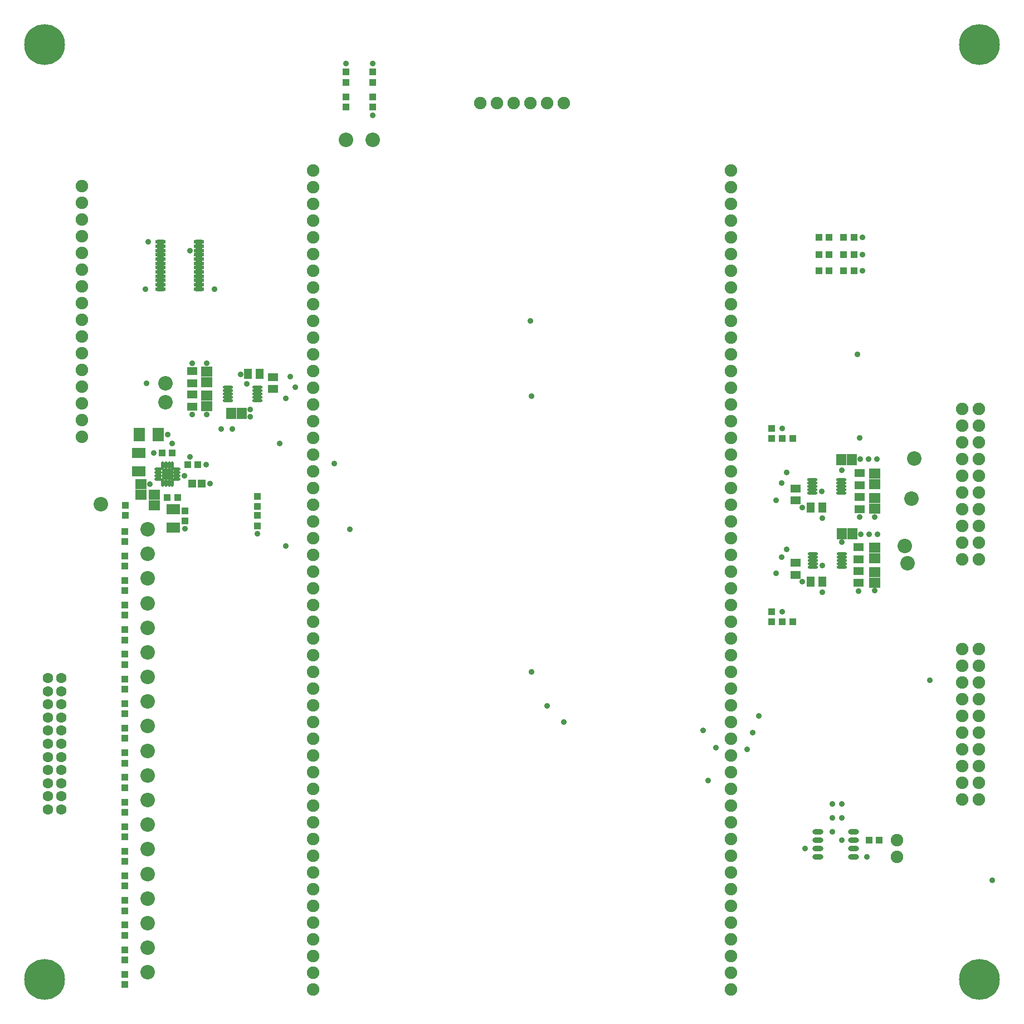
<source format=gbs>
G04*
G04 #@! TF.GenerationSoftware,Altium Limited,Altium Designer,18.1.11 (251)*
G04*
G04 Layer_Color=16711935*
%FSLAX25Y25*%
%MOIN*%
G70*
G01*
G75*
%ADD13C,0.06312*%
%ADD14C,0.07493*%
%ADD15C,0.24422*%
%ADD16C,0.03556*%
%ADD48R,0.03950X0.03950*%
%ADD49R,0.04343X0.04147*%
%ADD50R,0.03950X0.03950*%
%ADD51R,0.04147X0.04343*%
%ADD52C,0.08674*%
%ADD53R,0.06115X0.04737*%
%ADD54R,0.04737X0.06115*%
%ADD55R,0.06509X0.05918*%
%ADD56R,0.06509X0.08477*%
%ADD57R,0.05918X0.06509*%
%ADD58R,0.07887X0.05918*%
%ADD59O,0.06115X0.01981*%
%ADD60R,0.04934X0.04737*%
%ADD61R,0.06509X0.06509*%
%ADD62O,0.04540X0.01784*%
%ADD63O,0.01784X0.04540*%
%ADD64O,0.06312X0.02572*%
%ADD65O,0.06509X0.03162*%
D13*
X17715Y117242D02*
D03*
Y125116D02*
D03*
Y132990D02*
D03*
Y140864D02*
D03*
Y148738D02*
D03*
Y156612D02*
D03*
Y164486D02*
D03*
Y172360D02*
D03*
Y180234D02*
D03*
Y188108D02*
D03*
Y195982D02*
D03*
X25589D02*
D03*
Y188108D02*
D03*
Y180234D02*
D03*
Y172360D02*
D03*
Y164486D02*
D03*
Y156612D02*
D03*
Y148738D02*
D03*
Y140864D02*
D03*
Y132990D02*
D03*
Y125116D02*
D03*
Y117242D02*
D03*
D14*
X276420Y539959D02*
D03*
X286420D02*
D03*
X296420D02*
D03*
X306420D02*
D03*
X316420D02*
D03*
X326420D02*
D03*
X38067Y490413D02*
D03*
Y480412D02*
D03*
Y470412D02*
D03*
Y460413D02*
D03*
Y450413D02*
D03*
Y440413D02*
D03*
Y430412D02*
D03*
Y420412D02*
D03*
Y410413D02*
D03*
Y400413D02*
D03*
Y390412D02*
D03*
Y380413D02*
D03*
Y370412D02*
D03*
Y360413D02*
D03*
Y350413D02*
D03*
Y340412D02*
D03*
X176183Y499607D02*
D03*
Y489607D02*
D03*
Y479607D02*
D03*
Y469607D02*
D03*
Y459607D02*
D03*
Y449607D02*
D03*
Y439607D02*
D03*
Y429607D02*
D03*
Y419607D02*
D03*
Y409607D02*
D03*
Y399607D02*
D03*
Y389607D02*
D03*
Y379607D02*
D03*
Y369607D02*
D03*
Y359607D02*
D03*
Y349607D02*
D03*
Y339607D02*
D03*
Y329607D02*
D03*
Y319607D02*
D03*
Y309607D02*
D03*
Y299607D02*
D03*
Y289607D02*
D03*
Y279607D02*
D03*
Y269607D02*
D03*
Y259607D02*
D03*
Y249607D02*
D03*
Y239607D02*
D03*
Y229607D02*
D03*
Y219607D02*
D03*
Y209607D02*
D03*
Y199607D02*
D03*
Y189607D02*
D03*
Y179607D02*
D03*
Y169607D02*
D03*
Y159607D02*
D03*
Y149607D02*
D03*
Y139607D02*
D03*
Y129607D02*
D03*
Y119607D02*
D03*
Y109607D02*
D03*
Y99607D02*
D03*
Y89607D02*
D03*
Y79607D02*
D03*
Y69607D02*
D03*
Y59607D02*
D03*
Y49607D02*
D03*
Y39607D02*
D03*
Y29607D02*
D03*
Y19607D02*
D03*
Y9607D02*
D03*
X426183Y489607D02*
D03*
Y479607D02*
D03*
Y469607D02*
D03*
Y459607D02*
D03*
Y449607D02*
D03*
Y439607D02*
D03*
Y429607D02*
D03*
Y419607D02*
D03*
Y409607D02*
D03*
Y399607D02*
D03*
Y389607D02*
D03*
Y379607D02*
D03*
Y369607D02*
D03*
Y359607D02*
D03*
Y349607D02*
D03*
Y339607D02*
D03*
Y329607D02*
D03*
Y319607D02*
D03*
Y309607D02*
D03*
Y299607D02*
D03*
Y289607D02*
D03*
Y279607D02*
D03*
Y269607D02*
D03*
Y259607D02*
D03*
Y249607D02*
D03*
Y239607D02*
D03*
Y229607D02*
D03*
Y219607D02*
D03*
Y209607D02*
D03*
Y199607D02*
D03*
Y189607D02*
D03*
Y179607D02*
D03*
Y169607D02*
D03*
Y159607D02*
D03*
Y149607D02*
D03*
Y139607D02*
D03*
Y129607D02*
D03*
Y119607D02*
D03*
Y109607D02*
D03*
Y99607D02*
D03*
Y89607D02*
D03*
Y79607D02*
D03*
Y69607D02*
D03*
Y59607D02*
D03*
Y49607D02*
D03*
Y39607D02*
D03*
Y29607D02*
D03*
Y19607D02*
D03*
Y9607D02*
D03*
Y499607D02*
D03*
X525589Y98890D02*
D03*
Y88890D02*
D03*
X564557Y357046D02*
D03*
Y347046D02*
D03*
Y337046D02*
D03*
Y327046D02*
D03*
Y317046D02*
D03*
Y307046D02*
D03*
Y297046D02*
D03*
Y287046D02*
D03*
Y277046D02*
D03*
Y267046D02*
D03*
X574557D02*
D03*
Y277046D02*
D03*
Y287046D02*
D03*
Y297046D02*
D03*
Y307046D02*
D03*
Y317046D02*
D03*
Y327046D02*
D03*
Y337046D02*
D03*
Y347046D02*
D03*
Y357046D02*
D03*
X564557Y213247D02*
D03*
Y203247D02*
D03*
Y193247D02*
D03*
Y183247D02*
D03*
Y173247D02*
D03*
Y163247D02*
D03*
Y153247D02*
D03*
Y143247D02*
D03*
Y133247D02*
D03*
Y123247D02*
D03*
X574557D02*
D03*
Y133247D02*
D03*
Y143247D02*
D03*
Y153247D02*
D03*
Y163247D02*
D03*
Y173247D02*
D03*
Y183247D02*
D03*
Y193247D02*
D03*
Y203247D02*
D03*
Y213247D02*
D03*
D15*
X574803Y574803D02*
D03*
Y15748D02*
D03*
X15748D02*
D03*
Y574803D02*
D03*
D16*
X142856Y282127D02*
D03*
X470472Y94095D02*
D03*
X188976Y324410D02*
D03*
X159843Y274803D02*
D03*
X198425Y285039D02*
D03*
X582677Y74803D02*
D03*
X545168Y194488D02*
D03*
X307086Y364567D02*
D03*
X501982Y389621D02*
D03*
X503180Y339607D02*
D03*
X409449Y164567D02*
D03*
X412598Y134646D02*
D03*
X417323Y154331D02*
D03*
X492520Y112127D02*
D03*
Y120472D02*
D03*
X487086Y112127D02*
D03*
Y120472D02*
D03*
X507480Y88976D02*
D03*
X481092Y247130D02*
D03*
Y291732D02*
D03*
X487086Y104015D02*
D03*
X492520Y99015D02*
D03*
X453150Y258561D02*
D03*
Y302362D02*
D03*
X165748Y370079D02*
D03*
X442913Y173247D02*
D03*
X439370Y163247D02*
D03*
X435827Y153247D02*
D03*
X504806Y439490D02*
D03*
X117323Y428759D02*
D03*
X77559Y456871D02*
D03*
X76632Y372282D02*
D03*
X102756Y328346D02*
D03*
X156219Y336300D02*
D03*
X114566Y312178D02*
D03*
X112221Y323624D02*
D03*
X162598Y376378D02*
D03*
X159843Y363331D02*
D03*
X102469Y451753D02*
D03*
X75984Y428722D02*
D03*
X99372Y317023D02*
D03*
X92069Y336300D02*
D03*
X307086Y199607D02*
D03*
X492695Y320372D02*
D03*
X492477Y277123D02*
D03*
X78642Y312017D02*
D03*
X99513Y285433D02*
D03*
X457087Y235494D02*
D03*
X456470Y312697D02*
D03*
Y268305D02*
D03*
X469066Y253483D02*
D03*
Y298085D02*
D03*
X459620Y319092D02*
D03*
Y273029D02*
D03*
X132873Y377595D02*
D03*
X136774Y371830D02*
D03*
X504806Y459666D02*
D03*
Y449194D02*
D03*
X306420Y409727D02*
D03*
X316420Y179134D02*
D03*
X326420Y169607D02*
D03*
X503676Y326978D02*
D03*
X508714D02*
D03*
X513752D02*
D03*
X513949Y282096D02*
D03*
X457087Y345276D02*
D03*
X481092Y263189D02*
D03*
X502672Y247973D02*
D03*
X512121Y248170D02*
D03*
X508911Y282096D02*
D03*
X503873D02*
D03*
X512235Y292359D02*
D03*
X503180Y292162D02*
D03*
X480643Y307677D02*
D03*
X81086Y330698D02*
D03*
X138503Y352147D02*
D03*
X138505Y356477D02*
D03*
X112614Y384190D02*
D03*
X103952Y384387D02*
D03*
X112618Y353760D02*
D03*
X103956Y353563D02*
D03*
X211807Y563544D02*
D03*
X195981D02*
D03*
X121398Y345058D02*
D03*
X127823D02*
D03*
X211811Y532677D02*
D03*
X89116Y341576D02*
D03*
D48*
X142856Y287006D02*
D03*
Y293305D02*
D03*
X195983Y558663D02*
D03*
Y552364D02*
D03*
X211809Y558663D02*
D03*
Y552364D02*
D03*
D49*
X142856Y304568D02*
D03*
Y298466D02*
D03*
X195923Y537558D02*
D03*
Y543660D02*
D03*
X211809Y537558D02*
D03*
Y543660D02*
D03*
X99513Y296000D02*
D03*
Y289898D02*
D03*
X450706Y339273D02*
D03*
Y345376D02*
D03*
Y229449D02*
D03*
Y235551D02*
D03*
X63779Y18661D02*
D03*
Y12559D02*
D03*
Y33388D02*
D03*
Y27286D02*
D03*
Y48116D02*
D03*
Y42014D02*
D03*
Y62844D02*
D03*
Y56741D02*
D03*
Y77571D02*
D03*
Y71469D02*
D03*
Y92299D02*
D03*
Y86196D02*
D03*
Y107026D02*
D03*
Y100924D02*
D03*
Y121754D02*
D03*
Y115651D02*
D03*
Y136481D02*
D03*
Y130379D02*
D03*
Y151209D02*
D03*
Y145106D02*
D03*
Y165936D02*
D03*
Y159834D02*
D03*
Y180664D02*
D03*
Y174561D02*
D03*
Y195391D02*
D03*
Y189289D02*
D03*
Y210119D02*
D03*
Y204016D02*
D03*
Y224846D02*
D03*
Y218744D02*
D03*
Y239574D02*
D03*
Y233471D02*
D03*
Y254301D02*
D03*
Y248199D02*
D03*
Y269029D02*
D03*
Y262927D02*
D03*
Y283756D02*
D03*
Y277654D02*
D03*
X63978Y299391D02*
D03*
Y293289D02*
D03*
D50*
X499925Y459666D02*
D03*
X493626D02*
D03*
X499925Y449194D02*
D03*
X493626D02*
D03*
X499925Y439490D02*
D03*
X493626D02*
D03*
D51*
X478819Y459666D02*
D03*
X484922D02*
D03*
X478819Y449194D02*
D03*
X484922D02*
D03*
X478819Y439490D02*
D03*
X484922D02*
D03*
X89052Y304077D02*
D03*
X95154D02*
D03*
X101240Y323624D02*
D03*
X107342D02*
D03*
X92069Y330700D02*
D03*
X85966D02*
D03*
X515113Y98890D02*
D03*
X509011D02*
D03*
X463144Y339372D02*
D03*
X457042D02*
D03*
X463144Y229449D02*
D03*
X457042D02*
D03*
D52*
X211809Y518052D02*
D03*
X195983D02*
D03*
X87784Y360900D02*
D03*
X87934Y372282D02*
D03*
X530350Y275056D02*
D03*
X532059Y264759D02*
D03*
X534421Y303284D02*
D03*
X535996Y327418D02*
D03*
X77295Y240755D02*
D03*
Y226027D02*
D03*
Y211300D02*
D03*
Y196572D02*
D03*
Y181845D02*
D03*
Y167117D02*
D03*
Y152390D02*
D03*
Y137662D02*
D03*
Y122935D02*
D03*
Y108207D02*
D03*
Y93480D02*
D03*
Y78752D02*
D03*
Y64025D02*
D03*
Y255483D02*
D03*
Y19842D02*
D03*
Y49297D02*
D03*
Y34569D02*
D03*
Y284938D02*
D03*
Y270210D02*
D03*
X49214Y299942D02*
D03*
D53*
X103954Y365530D02*
D03*
Y358444D02*
D03*
X103954Y379506D02*
D03*
Y372420D02*
D03*
X152380Y375963D02*
D03*
Y368877D02*
D03*
X503202Y311413D02*
D03*
Y318499D02*
D03*
X502670Y267063D02*
D03*
Y274150D02*
D03*
X502670Y252854D02*
D03*
Y259940D02*
D03*
X503178Y297043D02*
D03*
Y304130D02*
D03*
X464991Y257775D02*
D03*
Y264861D02*
D03*
Y302161D02*
D03*
Y309247D02*
D03*
D54*
X137358Y377989D02*
D03*
X144445D02*
D03*
X481079Y253483D02*
D03*
X473992D02*
D03*
X481079Y298085D02*
D03*
X473992D02*
D03*
D55*
X112616Y364940D02*
D03*
Y358641D02*
D03*
X112616Y379310D02*
D03*
Y373010D02*
D03*
X81390Y305681D02*
D03*
Y299382D02*
D03*
X73189Y312021D02*
D03*
Y305722D02*
D03*
X512119Y253050D02*
D03*
Y259350D02*
D03*
X512119Y267654D02*
D03*
Y273953D02*
D03*
X512233Y297240D02*
D03*
Y303539D02*
D03*
X512398Y312003D02*
D03*
Y318302D02*
D03*
D56*
X72151Y341674D02*
D03*
X83765D02*
D03*
D57*
X133622Y354249D02*
D03*
X127323D02*
D03*
X498992Y282138D02*
D03*
X492693D02*
D03*
X498681Y326711D02*
D03*
X492382D02*
D03*
D58*
X72088Y330505D02*
D03*
Y319481D02*
D03*
X92776Y297083D02*
D03*
Y286059D02*
D03*
D59*
X142912Y369857D02*
D03*
Y367889D02*
D03*
Y365920D02*
D03*
Y363952D02*
D03*
Y361983D02*
D03*
X125392Y369857D02*
D03*
Y367889D02*
D03*
Y365920D02*
D03*
Y363952D02*
D03*
Y361983D02*
D03*
X474852Y306693D02*
D03*
Y308662D02*
D03*
Y310630D02*
D03*
Y312599D02*
D03*
Y314567D02*
D03*
X492372Y306693D02*
D03*
Y308662D02*
D03*
Y310630D02*
D03*
Y312599D02*
D03*
Y314567D02*
D03*
X475131Y262402D02*
D03*
Y264370D02*
D03*
Y266339D02*
D03*
Y268307D02*
D03*
Y270276D02*
D03*
X492651Y262402D02*
D03*
Y264370D02*
D03*
Y266339D02*
D03*
Y268307D02*
D03*
Y270276D02*
D03*
D60*
X109687Y312178D02*
D03*
X103781D02*
D03*
D61*
X89156Y318007D02*
D03*
D62*
X94570Y315054D02*
D03*
Y317023D02*
D03*
Y318991D02*
D03*
Y320960D02*
D03*
X83743D02*
D03*
Y318991D02*
D03*
Y317023D02*
D03*
Y315054D02*
D03*
D63*
X92109Y323421D02*
D03*
X90140D02*
D03*
X88172D02*
D03*
X86203D02*
D03*
Y312594D02*
D03*
X88172D02*
D03*
X90140D02*
D03*
X92109D02*
D03*
D64*
X84841Y428722D02*
D03*
Y431281D02*
D03*
Y433840D02*
D03*
Y436399D02*
D03*
Y438958D02*
D03*
Y441517D02*
D03*
Y444076D02*
D03*
Y446635D02*
D03*
Y449194D02*
D03*
Y451753D02*
D03*
Y454312D02*
D03*
Y456871D02*
D03*
X108069Y428722D02*
D03*
Y431281D02*
D03*
Y433840D02*
D03*
Y436399D02*
D03*
Y438958D02*
D03*
Y441517D02*
D03*
Y444076D02*
D03*
Y446635D02*
D03*
Y449194D02*
D03*
Y451753D02*
D03*
Y454312D02*
D03*
Y456871D02*
D03*
D65*
X499778Y104015D02*
D03*
Y99015D02*
D03*
Y94015D02*
D03*
Y89015D02*
D03*
X478321Y104015D02*
D03*
Y99015D02*
D03*
Y94015D02*
D03*
Y89015D02*
D03*
M02*

</source>
